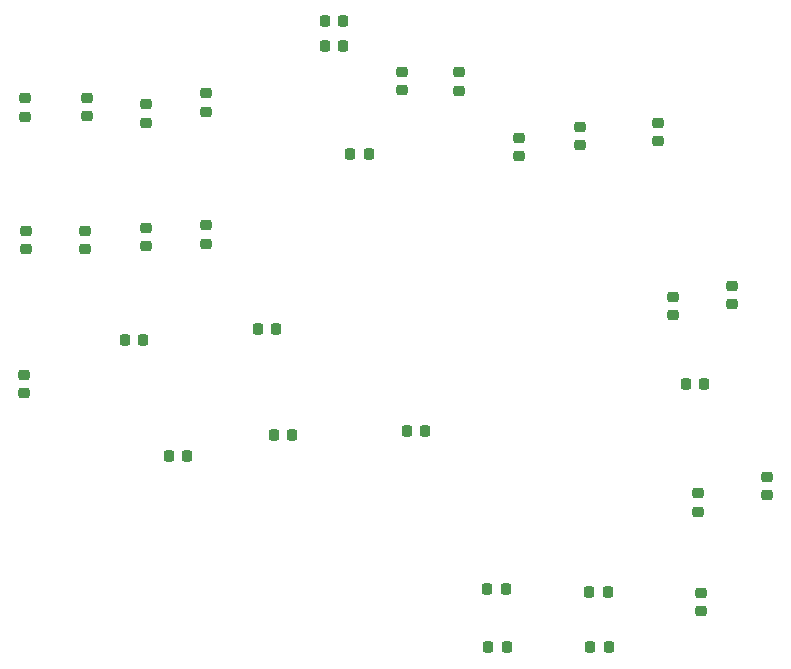
<source format=gbr>
%TF.GenerationSoftware,KiCad,Pcbnew,9.0.0*%
%TF.CreationDate,2025-03-22T22:53:28+01:00*%
%TF.ProjectId,PCB_Aquarium2,5043425f-4171-4756-9172-69756d322e6b,rev?*%
%TF.SameCoordinates,Original*%
%TF.FileFunction,Paste,Bot*%
%TF.FilePolarity,Positive*%
%FSLAX46Y46*%
G04 Gerber Fmt 4.6, Leading zero omitted, Abs format (unit mm)*
G04 Created by KiCad (PCBNEW 9.0.0) date 2025-03-22 22:53:28*
%MOMM*%
%LPD*%
G01*
G04 APERTURE LIST*
G04 Aperture macros list*
%AMRoundRect*
0 Rectangle with rounded corners*
0 $1 Rounding radius*
0 $2 $3 $4 $5 $6 $7 $8 $9 X,Y pos of 4 corners*
0 Add a 4 corners polygon primitive as box body*
4,1,4,$2,$3,$4,$5,$6,$7,$8,$9,$2,$3,0*
0 Add four circle primitives for the rounded corners*
1,1,$1+$1,$2,$3*
1,1,$1+$1,$4,$5*
1,1,$1+$1,$6,$7*
1,1,$1+$1,$8,$9*
0 Add four rect primitives between the rounded corners*
20,1,$1+$1,$2,$3,$4,$5,0*
20,1,$1+$1,$4,$5,$6,$7,0*
20,1,$1+$1,$6,$7,$8,$9,0*
20,1,$1+$1,$8,$9,$2,$3,0*%
G04 Aperture macros list end*
%ADD10RoundRect,0.225000X0.250000X-0.225000X0.250000X0.225000X-0.250000X0.225000X-0.250000X-0.225000X0*%
%ADD11RoundRect,0.225000X-0.250000X0.225000X-0.250000X-0.225000X0.250000X-0.225000X0.250000X0.225000X0*%
%ADD12RoundRect,0.225000X0.225000X0.250000X-0.225000X0.250000X-0.225000X-0.250000X0.225000X-0.250000X0*%
%ADD13RoundRect,0.225000X-0.225000X-0.250000X0.225000X-0.250000X0.225000X0.250000X-0.225000X0.250000X0*%
G04 APERTURE END LIST*
D10*
%TO.C,C44*%
X118770000Y-110480000D03*
X118770000Y-108930000D03*
%TD*%
%TO.C,C34*%
X123910000Y-98260000D03*
X123910000Y-96710000D03*
%TD*%
D11*
%TO.C,C13*%
X175830000Y-118950000D03*
X175830000Y-120500000D03*
%TD*%
D10*
%TO.C,C31*%
X155550000Y-84860000D03*
X155550000Y-83310000D03*
%TD*%
D12*
%TO.C,C26*%
X132550000Y-115760000D03*
X131000000Y-115760000D03*
%TD*%
D13*
%TO.C,C25*%
X139910000Y-114040000D03*
X141460000Y-114040000D03*
%TD*%
D10*
%TO.C,C22*%
X181600000Y-119090000D03*
X181600000Y-117540000D03*
%TD*%
%TO.C,C36*%
X134150000Y-97810000D03*
X134150000Y-96260000D03*
%TD*%
%TO.C,C35*%
X165780000Y-89440000D03*
X165780000Y-87890000D03*
%TD*%
%TO.C,C41*%
X172400000Y-89095000D03*
X172400000Y-87545000D03*
%TD*%
D13*
%TO.C,C32*%
X144205000Y-81030000D03*
X145755000Y-81030000D03*
%TD*%
D10*
%TO.C,C43*%
X160620000Y-90390000D03*
X160620000Y-88840000D03*
%TD*%
D12*
%TO.C,C37*%
X128830000Y-105950000D03*
X127280000Y-105950000D03*
%TD*%
D10*
%TO.C,C16*%
X124060000Y-87035000D03*
X124060000Y-85485000D03*
%TD*%
%TO.C,C42*%
X173700000Y-103850000D03*
X173700000Y-102300000D03*
%TD*%
D13*
%TO.C,C29*%
X157965000Y-127060000D03*
X159515000Y-127060000D03*
%TD*%
D12*
%TO.C,C24*%
X140100000Y-104990000D03*
X138550000Y-104990000D03*
%TD*%
%TO.C,C12*%
X168240000Y-131990000D03*
X166690000Y-131990000D03*
%TD*%
D10*
%TO.C,C11*%
X134100000Y-86630000D03*
X134100000Y-85080000D03*
%TD*%
D12*
%TO.C,C33*%
X147920000Y-90220000D03*
X146370000Y-90220000D03*
%TD*%
D10*
%TO.C,C20*%
X178660000Y-102900000D03*
X178660000Y-101350000D03*
%TD*%
%TO.C,C18*%
X129030000Y-87570000D03*
X129030000Y-86020000D03*
%TD*%
%TO.C,C17*%
X118890000Y-98240000D03*
X118890000Y-96690000D03*
%TD*%
D12*
%TO.C,C15*%
X145745000Y-78990000D03*
X144195000Y-78990000D03*
%TD*%
D10*
%TO.C,C21*%
X129060000Y-98000000D03*
X129060000Y-96450000D03*
%TD*%
D12*
%TO.C,C40*%
X159600000Y-131950000D03*
X158050000Y-131950000D03*
%TD*%
%TO.C,C27*%
X152675000Y-113690000D03*
X151125000Y-113690000D03*
%TD*%
D11*
%TO.C,C14*%
X176020000Y-127390000D03*
X176020000Y-128940000D03*
%TD*%
D10*
%TO.C,C19*%
X118820000Y-87050000D03*
X118820000Y-85500000D03*
%TD*%
D13*
%TO.C,C23*%
X174795000Y-109710000D03*
X176345000Y-109710000D03*
%TD*%
D12*
%TO.C,C28*%
X168160000Y-127280000D03*
X166610000Y-127280000D03*
%TD*%
D10*
%TO.C,C30*%
X150710000Y-84800000D03*
X150710000Y-83250000D03*
%TD*%
M02*

</source>
